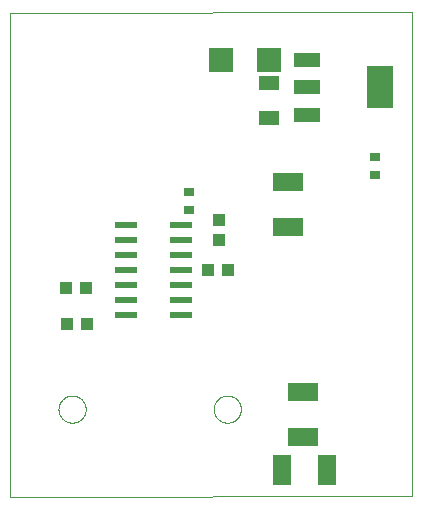
<source format=gbp>
G75*
%MOIN*%
%OFA0B0*%
%FSLAX25Y25*%
%IPPOS*%
%LPD*%
%AMOC8*
5,1,8,0,0,1.08239X$1,22.5*
%
%ADD10C,0.00000*%
%ADD11R,0.10000X0.06000*%
%ADD12R,0.06000X0.10000*%
%ADD13R,0.03800X0.03000*%
%ADD14R,0.06700X0.04500*%
%ADD15R,0.07874X0.07874*%
%ADD16R,0.08800X0.04800*%
%ADD17R,0.08661X0.14173*%
%ADD18R,0.04331X0.03937*%
%ADD19R,0.03937X0.04331*%
%ADD20R,0.07800X0.02200*%
D10*
X0002200Y0012366D02*
X0002200Y0173783D01*
X0136255Y0173980D01*
X0136255Y0012563D01*
X0002200Y0012366D01*
X0018341Y0041618D02*
X0018343Y0041752D01*
X0018349Y0041886D01*
X0018359Y0042020D01*
X0018373Y0042154D01*
X0018391Y0042287D01*
X0018412Y0042419D01*
X0018438Y0042551D01*
X0018468Y0042682D01*
X0018501Y0042812D01*
X0018538Y0042940D01*
X0018580Y0043068D01*
X0018624Y0043195D01*
X0018673Y0043320D01*
X0018725Y0043443D01*
X0018781Y0043565D01*
X0018841Y0043686D01*
X0018904Y0043804D01*
X0018970Y0043921D01*
X0019040Y0044035D01*
X0019113Y0044148D01*
X0019190Y0044258D01*
X0019270Y0044366D01*
X0019353Y0044471D01*
X0019439Y0044574D01*
X0019528Y0044674D01*
X0019620Y0044772D01*
X0019715Y0044867D01*
X0019813Y0044959D01*
X0019913Y0045048D01*
X0020016Y0045134D01*
X0020121Y0045217D01*
X0020229Y0045297D01*
X0020339Y0045374D01*
X0020452Y0045447D01*
X0020566Y0045517D01*
X0020683Y0045583D01*
X0020801Y0045646D01*
X0020922Y0045706D01*
X0021044Y0045762D01*
X0021167Y0045814D01*
X0021292Y0045863D01*
X0021419Y0045907D01*
X0021547Y0045949D01*
X0021675Y0045986D01*
X0021805Y0046019D01*
X0021936Y0046049D01*
X0022068Y0046075D01*
X0022200Y0046096D01*
X0022333Y0046114D01*
X0022467Y0046128D01*
X0022601Y0046138D01*
X0022735Y0046144D01*
X0022869Y0046146D01*
X0023003Y0046144D01*
X0023137Y0046138D01*
X0023271Y0046128D01*
X0023405Y0046114D01*
X0023538Y0046096D01*
X0023670Y0046075D01*
X0023802Y0046049D01*
X0023933Y0046019D01*
X0024063Y0045986D01*
X0024191Y0045949D01*
X0024319Y0045907D01*
X0024446Y0045863D01*
X0024571Y0045814D01*
X0024694Y0045762D01*
X0024816Y0045706D01*
X0024937Y0045646D01*
X0025055Y0045583D01*
X0025172Y0045517D01*
X0025286Y0045447D01*
X0025399Y0045374D01*
X0025509Y0045297D01*
X0025617Y0045217D01*
X0025722Y0045134D01*
X0025825Y0045048D01*
X0025925Y0044959D01*
X0026023Y0044867D01*
X0026118Y0044772D01*
X0026210Y0044674D01*
X0026299Y0044574D01*
X0026385Y0044471D01*
X0026468Y0044366D01*
X0026548Y0044258D01*
X0026625Y0044148D01*
X0026698Y0044035D01*
X0026768Y0043921D01*
X0026834Y0043804D01*
X0026897Y0043686D01*
X0026957Y0043565D01*
X0027013Y0043443D01*
X0027065Y0043320D01*
X0027114Y0043195D01*
X0027158Y0043068D01*
X0027200Y0042940D01*
X0027237Y0042812D01*
X0027270Y0042682D01*
X0027300Y0042551D01*
X0027326Y0042419D01*
X0027347Y0042287D01*
X0027365Y0042154D01*
X0027379Y0042020D01*
X0027389Y0041886D01*
X0027395Y0041752D01*
X0027397Y0041618D01*
X0027395Y0041484D01*
X0027389Y0041350D01*
X0027379Y0041216D01*
X0027365Y0041082D01*
X0027347Y0040949D01*
X0027326Y0040817D01*
X0027300Y0040685D01*
X0027270Y0040554D01*
X0027237Y0040424D01*
X0027200Y0040296D01*
X0027158Y0040168D01*
X0027114Y0040041D01*
X0027065Y0039916D01*
X0027013Y0039793D01*
X0026957Y0039671D01*
X0026897Y0039550D01*
X0026834Y0039432D01*
X0026768Y0039315D01*
X0026698Y0039201D01*
X0026625Y0039088D01*
X0026548Y0038978D01*
X0026468Y0038870D01*
X0026385Y0038765D01*
X0026299Y0038662D01*
X0026210Y0038562D01*
X0026118Y0038464D01*
X0026023Y0038369D01*
X0025925Y0038277D01*
X0025825Y0038188D01*
X0025722Y0038102D01*
X0025617Y0038019D01*
X0025509Y0037939D01*
X0025399Y0037862D01*
X0025286Y0037789D01*
X0025172Y0037719D01*
X0025055Y0037653D01*
X0024937Y0037590D01*
X0024816Y0037530D01*
X0024694Y0037474D01*
X0024571Y0037422D01*
X0024446Y0037373D01*
X0024319Y0037329D01*
X0024191Y0037287D01*
X0024063Y0037250D01*
X0023933Y0037217D01*
X0023802Y0037187D01*
X0023670Y0037161D01*
X0023538Y0037140D01*
X0023405Y0037122D01*
X0023271Y0037108D01*
X0023137Y0037098D01*
X0023003Y0037092D01*
X0022869Y0037090D01*
X0022735Y0037092D01*
X0022601Y0037098D01*
X0022467Y0037108D01*
X0022333Y0037122D01*
X0022200Y0037140D01*
X0022068Y0037161D01*
X0021936Y0037187D01*
X0021805Y0037217D01*
X0021675Y0037250D01*
X0021547Y0037287D01*
X0021419Y0037329D01*
X0021292Y0037373D01*
X0021167Y0037422D01*
X0021044Y0037474D01*
X0020922Y0037530D01*
X0020801Y0037590D01*
X0020683Y0037653D01*
X0020566Y0037719D01*
X0020452Y0037789D01*
X0020339Y0037862D01*
X0020229Y0037939D01*
X0020121Y0038019D01*
X0020016Y0038102D01*
X0019913Y0038188D01*
X0019813Y0038277D01*
X0019715Y0038369D01*
X0019620Y0038464D01*
X0019528Y0038562D01*
X0019439Y0038662D01*
X0019353Y0038765D01*
X0019270Y0038870D01*
X0019190Y0038978D01*
X0019113Y0039088D01*
X0019040Y0039201D01*
X0018970Y0039315D01*
X0018904Y0039432D01*
X0018841Y0039550D01*
X0018781Y0039671D01*
X0018725Y0039793D01*
X0018673Y0039916D01*
X0018624Y0040041D01*
X0018580Y0040168D01*
X0018538Y0040296D01*
X0018501Y0040424D01*
X0018468Y0040554D01*
X0018438Y0040685D01*
X0018412Y0040817D01*
X0018391Y0040949D01*
X0018373Y0041082D01*
X0018359Y0041216D01*
X0018349Y0041350D01*
X0018343Y0041484D01*
X0018341Y0041618D01*
X0070074Y0041618D02*
X0070076Y0041752D01*
X0070082Y0041886D01*
X0070092Y0042020D01*
X0070106Y0042154D01*
X0070124Y0042287D01*
X0070145Y0042419D01*
X0070171Y0042551D01*
X0070201Y0042682D01*
X0070234Y0042812D01*
X0070271Y0042940D01*
X0070313Y0043068D01*
X0070357Y0043195D01*
X0070406Y0043320D01*
X0070458Y0043443D01*
X0070514Y0043565D01*
X0070574Y0043686D01*
X0070637Y0043804D01*
X0070703Y0043921D01*
X0070773Y0044035D01*
X0070846Y0044148D01*
X0070923Y0044258D01*
X0071003Y0044366D01*
X0071086Y0044471D01*
X0071172Y0044574D01*
X0071261Y0044674D01*
X0071353Y0044772D01*
X0071448Y0044867D01*
X0071546Y0044959D01*
X0071646Y0045048D01*
X0071749Y0045134D01*
X0071854Y0045217D01*
X0071962Y0045297D01*
X0072072Y0045374D01*
X0072185Y0045447D01*
X0072299Y0045517D01*
X0072416Y0045583D01*
X0072534Y0045646D01*
X0072655Y0045706D01*
X0072777Y0045762D01*
X0072900Y0045814D01*
X0073025Y0045863D01*
X0073152Y0045907D01*
X0073280Y0045949D01*
X0073408Y0045986D01*
X0073538Y0046019D01*
X0073669Y0046049D01*
X0073801Y0046075D01*
X0073933Y0046096D01*
X0074066Y0046114D01*
X0074200Y0046128D01*
X0074334Y0046138D01*
X0074468Y0046144D01*
X0074602Y0046146D01*
X0074736Y0046144D01*
X0074870Y0046138D01*
X0075004Y0046128D01*
X0075138Y0046114D01*
X0075271Y0046096D01*
X0075403Y0046075D01*
X0075535Y0046049D01*
X0075666Y0046019D01*
X0075796Y0045986D01*
X0075924Y0045949D01*
X0076052Y0045907D01*
X0076179Y0045863D01*
X0076304Y0045814D01*
X0076427Y0045762D01*
X0076549Y0045706D01*
X0076670Y0045646D01*
X0076788Y0045583D01*
X0076905Y0045517D01*
X0077019Y0045447D01*
X0077132Y0045374D01*
X0077242Y0045297D01*
X0077350Y0045217D01*
X0077455Y0045134D01*
X0077558Y0045048D01*
X0077658Y0044959D01*
X0077756Y0044867D01*
X0077851Y0044772D01*
X0077943Y0044674D01*
X0078032Y0044574D01*
X0078118Y0044471D01*
X0078201Y0044366D01*
X0078281Y0044258D01*
X0078358Y0044148D01*
X0078431Y0044035D01*
X0078501Y0043921D01*
X0078567Y0043804D01*
X0078630Y0043686D01*
X0078690Y0043565D01*
X0078746Y0043443D01*
X0078798Y0043320D01*
X0078847Y0043195D01*
X0078891Y0043068D01*
X0078933Y0042940D01*
X0078970Y0042812D01*
X0079003Y0042682D01*
X0079033Y0042551D01*
X0079059Y0042419D01*
X0079080Y0042287D01*
X0079098Y0042154D01*
X0079112Y0042020D01*
X0079122Y0041886D01*
X0079128Y0041752D01*
X0079130Y0041618D01*
X0079128Y0041484D01*
X0079122Y0041350D01*
X0079112Y0041216D01*
X0079098Y0041082D01*
X0079080Y0040949D01*
X0079059Y0040817D01*
X0079033Y0040685D01*
X0079003Y0040554D01*
X0078970Y0040424D01*
X0078933Y0040296D01*
X0078891Y0040168D01*
X0078847Y0040041D01*
X0078798Y0039916D01*
X0078746Y0039793D01*
X0078690Y0039671D01*
X0078630Y0039550D01*
X0078567Y0039432D01*
X0078501Y0039315D01*
X0078431Y0039201D01*
X0078358Y0039088D01*
X0078281Y0038978D01*
X0078201Y0038870D01*
X0078118Y0038765D01*
X0078032Y0038662D01*
X0077943Y0038562D01*
X0077851Y0038464D01*
X0077756Y0038369D01*
X0077658Y0038277D01*
X0077558Y0038188D01*
X0077455Y0038102D01*
X0077350Y0038019D01*
X0077242Y0037939D01*
X0077132Y0037862D01*
X0077019Y0037789D01*
X0076905Y0037719D01*
X0076788Y0037653D01*
X0076670Y0037590D01*
X0076549Y0037530D01*
X0076427Y0037474D01*
X0076304Y0037422D01*
X0076179Y0037373D01*
X0076052Y0037329D01*
X0075924Y0037287D01*
X0075796Y0037250D01*
X0075666Y0037217D01*
X0075535Y0037187D01*
X0075403Y0037161D01*
X0075271Y0037140D01*
X0075138Y0037122D01*
X0075004Y0037108D01*
X0074870Y0037098D01*
X0074736Y0037092D01*
X0074602Y0037090D01*
X0074468Y0037092D01*
X0074334Y0037098D01*
X0074200Y0037108D01*
X0074066Y0037122D01*
X0073933Y0037140D01*
X0073801Y0037161D01*
X0073669Y0037187D01*
X0073538Y0037217D01*
X0073408Y0037250D01*
X0073280Y0037287D01*
X0073152Y0037329D01*
X0073025Y0037373D01*
X0072900Y0037422D01*
X0072777Y0037474D01*
X0072655Y0037530D01*
X0072534Y0037590D01*
X0072416Y0037653D01*
X0072299Y0037719D01*
X0072185Y0037789D01*
X0072072Y0037862D01*
X0071962Y0037939D01*
X0071854Y0038019D01*
X0071749Y0038102D01*
X0071646Y0038188D01*
X0071546Y0038277D01*
X0071448Y0038369D01*
X0071353Y0038464D01*
X0071261Y0038562D01*
X0071172Y0038662D01*
X0071086Y0038765D01*
X0071003Y0038870D01*
X0070923Y0038978D01*
X0070846Y0039088D01*
X0070773Y0039201D01*
X0070703Y0039315D01*
X0070637Y0039432D01*
X0070574Y0039550D01*
X0070514Y0039671D01*
X0070458Y0039793D01*
X0070406Y0039916D01*
X0070357Y0040041D01*
X0070313Y0040168D01*
X0070271Y0040296D01*
X0070234Y0040424D01*
X0070201Y0040554D01*
X0070171Y0040685D01*
X0070145Y0040817D01*
X0070124Y0040949D01*
X0070106Y0041082D01*
X0070092Y0041216D01*
X0070082Y0041350D01*
X0070076Y0041484D01*
X0070074Y0041618D01*
D11*
X0099759Y0047189D03*
X0099759Y0032189D03*
X0094798Y0102465D03*
X0094798Y0117465D03*
D12*
X0092771Y0021343D03*
X0107771Y0021343D03*
D13*
X0061728Y0107849D03*
X0061728Y0114049D03*
X0123932Y0119581D03*
X0123932Y0125781D03*
D14*
X0088617Y0138771D03*
X0088617Y0150371D03*
D15*
X0088420Y0158035D03*
X0072672Y0158035D03*
D16*
X0101063Y0158002D03*
X0101063Y0148902D03*
X0101063Y0139802D03*
D17*
X0125464Y0148902D03*
D18*
X0071728Y0104531D03*
X0071728Y0097839D03*
D19*
X0074877Y0087957D03*
X0068184Y0087957D03*
X0027909Y0070083D03*
X0021216Y0070083D03*
X0020901Y0081894D03*
X0027594Y0081894D03*
D20*
X0040695Y0082996D03*
X0040695Y0087996D03*
X0040695Y0092996D03*
X0040695Y0097996D03*
X0040695Y0102996D03*
X0059295Y0102996D03*
X0059295Y0097996D03*
X0059295Y0092996D03*
X0059295Y0087996D03*
X0059295Y0082996D03*
X0059295Y0077996D03*
X0059295Y0072996D03*
X0040695Y0072996D03*
X0040695Y0077996D03*
M02*

</source>
